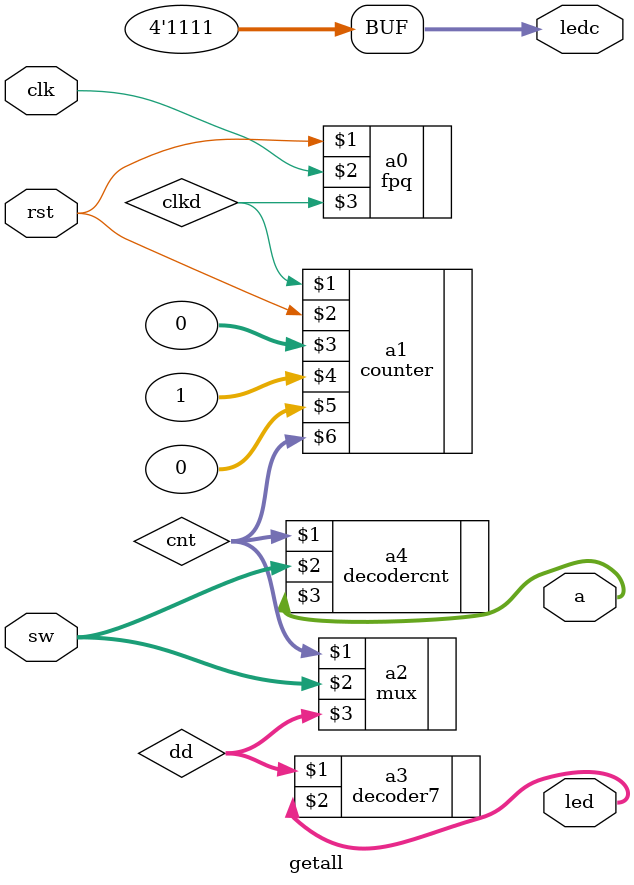
<source format=v>
`timescale 1ns / 1ps


module getall (
    input clk,
    input rst,
    input [15:0] sw,
    output [3:0] a,
    output [6:0] led,
    output reg [3:0] ledc
);
wire clkd;
wire [3:0] dd;
wire [1:0] cnt;
fpq a0(rst,clk,clkd);
counter a1(clkd,rst,0,1,0,cnt);
decodercnt a4(cnt,sw,a);
mux a2(cnt,sw,dd);
decoder7 a3(dd,led); 
always@(*)begin
ledc = 4'b1111;
end
endmodule
</source>
